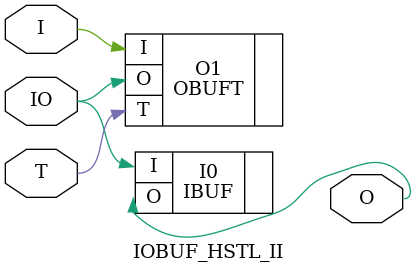
<source format=v>


`timescale  1 ps / 1 ps


module IOBUF_HSTL_II (O, IO, I, T);

    output O;

    inout  IO;

    input  I, T;

        OBUFT #(.IOSTANDARD("HSTL_II") ) O1 (.O(IO), .I(I), .T(T)); 
	IBUF #(.IOSTANDARD("HSTL_II"))  I0 (.O(O), .I(IO));
        

endmodule



</source>
